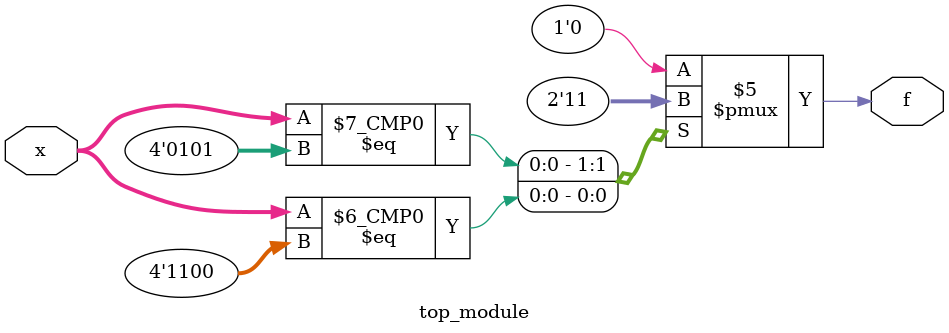
<source format=sv>
module top_module (
    input [4:1] x,
    output logic f
);
    always_comb begin
        case (x)
            4'b00xx: f = 1'b0;
            4'b0100: f = 1'b0;
            4'b0101: f = 1'b1;
            4'b0111: f = 1'b0;
            4'b1100: f = 1'b1;
            4'b11xx: f = 1'b0;
            4'b1010: f = 1'b0;
            default: f = 1'b0;
        endcase
    end
endmodule

</source>
